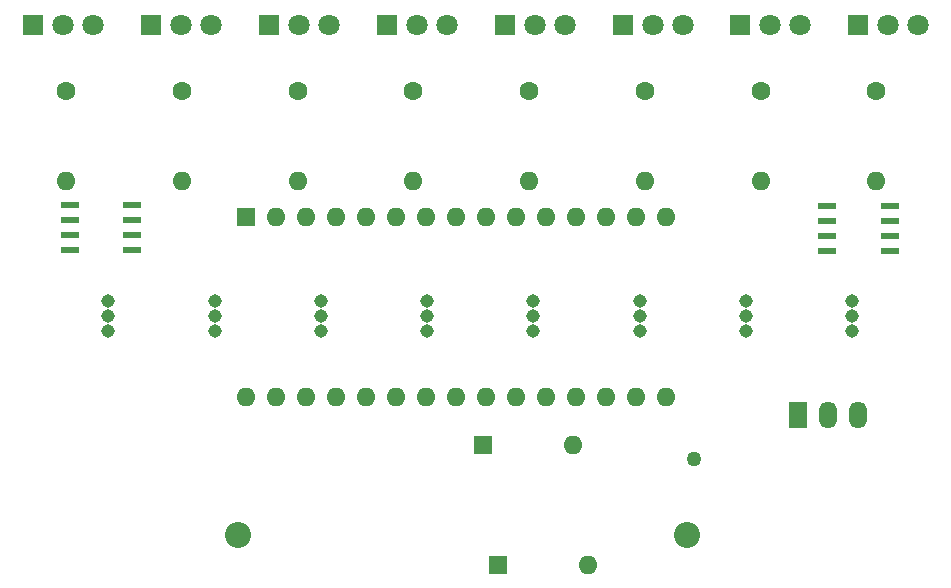
<source format=gbs>
G04 #@! TF.GenerationSoftware,KiCad,Pcbnew,(5.1.10)-1*
G04 #@! TF.CreationDate,2021-07-07T10:57:58-07:00*
G04 #@! TF.ProjectId,8MagnetTester4Filter,384d6167-6e65-4745-9465-737465723446,rev?*
G04 #@! TF.SameCoordinates,Original*
G04 #@! TF.FileFunction,Soldermask,Bot*
G04 #@! TF.FilePolarity,Negative*
%FSLAX46Y46*%
G04 Gerber Fmt 4.6, Leading zero omitted, Abs format (unit mm)*
G04 Created by KiCad (PCBNEW (5.1.10)-1) date 2021-07-07 10:57:58*
%MOMM*%
%LPD*%
G01*
G04 APERTURE LIST*
%ADD10O,1.500000X2.300000*%
%ADD11R,1.500000X2.300000*%
%ADD12C,1.270000*%
%ADD13C,2.205000*%
%ADD14R,1.800000X1.800000*%
%ADD15C,1.800000*%
%ADD16R,1.600000X1.600000*%
%ADD17O,1.600000X1.600000*%
%ADD18R,1.524000X0.558800*%
%ADD19C,1.143000*%
%ADD20C,1.600000*%
G04 APERTURE END LIST*
D10*
X177800000Y-101600000D03*
X175260000Y-101600000D03*
D11*
X172720000Y-101600000D03*
D12*
X163852000Y-105390000D03*
D13*
X163257000Y-111760000D03*
X125287000Y-111760000D03*
D14*
X177800000Y-68580000D03*
D15*
X180340000Y-68580000D03*
X182880000Y-68580000D03*
D16*
X125984000Y-84836000D03*
D17*
X159004000Y-100076000D03*
X128524000Y-84836000D03*
X156464000Y-100076000D03*
X131064000Y-84836000D03*
X153924000Y-100076000D03*
X133604000Y-84836000D03*
X151384000Y-100076000D03*
X136144000Y-84836000D03*
X148844000Y-100076000D03*
X138684000Y-84836000D03*
X146304000Y-100076000D03*
X141224000Y-84836000D03*
X143764000Y-100076000D03*
X143764000Y-84836000D03*
X141224000Y-100076000D03*
X146304000Y-84836000D03*
X138684000Y-100076000D03*
X148844000Y-84836000D03*
X136144000Y-100076000D03*
X151384000Y-84836000D03*
X133604000Y-100076000D03*
X153924000Y-84836000D03*
X131064000Y-100076000D03*
X156464000Y-84836000D03*
X128524000Y-100076000D03*
X159004000Y-84836000D03*
X125984000Y-100076000D03*
X161544000Y-84836000D03*
X161544000Y-100076000D03*
D14*
X107950000Y-68580000D03*
D15*
X110490000Y-68580000D03*
X113030000Y-68580000D03*
X123008571Y-68580000D03*
X120468571Y-68580000D03*
D14*
X117928571Y-68580000D03*
X127907142Y-68580000D03*
D15*
X130447142Y-68580000D03*
X132987142Y-68580000D03*
X142965713Y-68580000D03*
X140425713Y-68580000D03*
D14*
X137885713Y-68580000D03*
X147864284Y-68580000D03*
D15*
X150404284Y-68580000D03*
X152944284Y-68580000D03*
X162922855Y-68580000D03*
X160382855Y-68580000D03*
D14*
X157842855Y-68580000D03*
D15*
X172901426Y-68580000D03*
X170361426Y-68580000D03*
D14*
X167821426Y-68580000D03*
D18*
X111044796Y-87630000D03*
X111044796Y-86360000D03*
X111044796Y-85090000D03*
X111044796Y-83820000D03*
X116332000Y-83820000D03*
X116332000Y-85090000D03*
X116332000Y-86360000D03*
X116332000Y-87630000D03*
X180443602Y-87757000D03*
X180443602Y-86487000D03*
X180443602Y-85217000D03*
X180443602Y-83947000D03*
X175156398Y-83947000D03*
X175156398Y-85217000D03*
X175156398Y-86487000D03*
X175156398Y-87757000D03*
D19*
X123300000Y-91948000D03*
X123300000Y-93218000D03*
X123300000Y-94488000D03*
X141300000Y-91948000D03*
X141300000Y-93218000D03*
X141300000Y-94488000D03*
X177300000Y-91948000D03*
X177300000Y-93218000D03*
X177300000Y-94488000D03*
X114300000Y-94488000D03*
X114300000Y-93218000D03*
X114300000Y-91948000D03*
X159300000Y-94488000D03*
X159300000Y-93218000D03*
X159300000Y-91948000D03*
X168300000Y-91948000D03*
X168300000Y-93218000D03*
X168300000Y-94488000D03*
X150300000Y-94488000D03*
X150300000Y-93218000D03*
X150300000Y-91948000D03*
X132300000Y-91948000D03*
X132300000Y-93218000D03*
X132300000Y-94488000D03*
D16*
X147320000Y-114300000D03*
D17*
X154940000Y-114300000D03*
X153670000Y-104140000D03*
D16*
X146050000Y-104140000D03*
D17*
X110744000Y-81788000D03*
D20*
X110744000Y-74168000D03*
X120541142Y-74168000D03*
D17*
X120541142Y-81788000D03*
X130338284Y-81788000D03*
D20*
X130338284Y-74168000D03*
X140135426Y-74168000D03*
D17*
X140135426Y-81788000D03*
X149932568Y-81788000D03*
D20*
X149932568Y-74168000D03*
X159729710Y-74168000D03*
D17*
X159729710Y-81788000D03*
X169526852Y-81788000D03*
D20*
X169526852Y-74168000D03*
X179324000Y-74168000D03*
D17*
X179324000Y-81788000D03*
M02*

</source>
